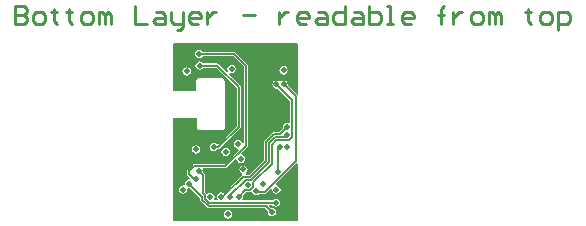
<source format=gbl>
G04*
G04 #@! TF.GenerationSoftware,Altium Limited,CircuitStudio,1.5.1 (13)*
G04*
G04 Layer_Physical_Order=4*
G04 Layer_Color=3394611*
%FSLAX25Y25*%
%MOIN*%
G70*
G01*
G75*
%ADD25C,0.00591*%
%ADD28C,0.01000*%
%ADD29C,0.01969*%
G36*
X41536Y58701D02*
X41509Y42064D01*
X41392Y41981D01*
X41008Y41875D01*
X37951Y44932D01*
X38019Y45276D01*
X37912Y45813D01*
X37608Y46269D01*
X37152Y46574D01*
X36614Y46681D01*
X36077Y46574D01*
X35621Y46269D01*
X35245D01*
X34790Y46574D01*
X34252Y46681D01*
X33714Y46574D01*
X33259Y46269D01*
X32954Y45813D01*
X32847Y45276D01*
X32954Y44738D01*
X33259Y44282D01*
X33714Y43978D01*
X34252Y43871D01*
X34592Y43938D01*
X38766Y39764D01*
Y32632D01*
X38538Y32510D01*
X38266Y32414D01*
X37795Y32507D01*
X37258Y32400D01*
X36802Y32096D01*
X36497Y31640D01*
X36390Y31102D01*
X36459Y30759D01*
X35043Y29344D01*
X33338D01*
X33069Y29291D01*
X32841Y29138D01*
X30212Y26509D01*
X30060Y26281D01*
X30006Y26012D01*
Y20004D01*
X25173Y15171D01*
X24208D01*
X24126Y15270D01*
X24222Y15936D01*
X24526Y16391D01*
X24633Y16929D01*
X24526Y17467D01*
X24222Y17923D01*
X23766Y18227D01*
X23228Y18334D01*
X22691Y18227D01*
X22235Y17923D01*
X21930Y17467D01*
X21823Y16929D01*
X21930Y16391D01*
X22235Y15936D01*
X22691Y15631D01*
X22783Y15613D01*
X22840Y15235D01*
X22823Y15095D01*
X22629Y14965D01*
X16615Y8952D01*
X16286Y9172D01*
X15748Y9279D01*
X15210Y9172D01*
X14755Y8867D01*
X14450Y8412D01*
X14343Y7874D01*
X14450Y7336D01*
X14603Y7108D01*
X14335Y6608D01*
X13617D01*
X13350Y7108D01*
X13503Y7336D01*
X13610Y7874D01*
X13503Y8412D01*
X13198Y8867D01*
X12742Y9172D01*
X12205Y9279D01*
X11667Y9172D01*
X11211Y8867D01*
X10776Y9116D01*
X10460Y9431D01*
Y15045D01*
X10407Y15314D01*
X10254Y15542D01*
X9637Y16160D01*
X9673Y16339D01*
X9579Y16809D01*
X9676Y17082D01*
X9797Y17309D01*
X17224D01*
X17493Y17363D01*
X17721Y17515D01*
X20551Y20345D01*
X21094Y20181D01*
X21143Y19935D01*
X21448Y19479D01*
X21903Y19174D01*
X22441Y19068D01*
X22979Y19174D01*
X23434Y19479D01*
X23739Y19935D01*
X23846Y20472D01*
X23739Y21010D01*
X23434Y21466D01*
X22979Y21770D01*
X22733Y21819D01*
X22568Y22362D01*
X24512Y24306D01*
X24665Y24534D01*
X24718Y24803D01*
Y51575D01*
X24665Y51844D01*
X24512Y52071D01*
X20575Y56008D01*
X20348Y56161D01*
X20079Y56214D01*
X9652D01*
X9458Y56505D01*
X9002Y56810D01*
X8465Y56917D01*
X7927Y56810D01*
X7471Y56505D01*
X7167Y56050D01*
X7060Y55512D01*
X7167Y54974D01*
X7471Y54518D01*
X7927Y54214D01*
X8465Y54107D01*
X9002Y54214D01*
X9458Y54518D01*
X9652Y54809D01*
X19788D01*
X23313Y51284D01*
Y25872D01*
X22813Y25823D01*
X22808Y25851D01*
X22503Y26307D01*
X22047Y26612D01*
X21510Y26719D01*
X20972Y26612D01*
X20516Y26307D01*
X20212Y25851D01*
X20105Y25314D01*
X20212Y24776D01*
X20516Y24320D01*
X20972Y24016D01*
X21436Y23923D01*
X21572Y23686D01*
X21645Y23426D01*
X16933Y18714D01*
X6800D01*
X6789Y18716D01*
X6521Y18663D01*
X6293Y18511D01*
X4621Y16839D01*
X4469Y16612D01*
X4416Y16343D01*
Y15354D01*
X4469Y15086D01*
X4621Y14858D01*
X5420Y14060D01*
X5173Y13599D01*
X5118Y13610D01*
X4580Y13503D01*
X4125Y13198D01*
X3820Y12742D01*
X3713Y12205D01*
X3748Y12032D01*
X3322Y11607D01*
X3150Y11641D01*
X2612Y11534D01*
X2156Y11230D01*
X1852Y10774D01*
X1745Y10236D01*
X1852Y9699D01*
X2156Y9243D01*
X2612Y8938D01*
X3150Y8831D01*
X3687Y8938D01*
X4143Y9243D01*
X4448Y9699D01*
X4555Y10236D01*
X4520Y10409D01*
X4945Y10834D01*
X5118Y10800D01*
X5461Y10868D01*
X8845Y7485D01*
Y6773D01*
X8898Y6504D01*
X9050Y6277D01*
X11099Y4228D01*
X11327Y4075D01*
X11596Y4022D01*
X30418D01*
X31341Y3099D01*
X31272Y2756D01*
X31379Y2218D01*
X31684Y1763D01*
X32140Y1458D01*
X32677Y1351D01*
X33215Y1458D01*
X33671Y1763D01*
X33975Y2218D01*
X34082Y2756D01*
X33975Y3294D01*
X33671Y3749D01*
X33215Y4054D01*
X32677Y4161D01*
X32334Y4093D01*
X31685Y4741D01*
X31877Y5203D01*
X32867D01*
X33062Y4912D01*
X33517Y4608D01*
X34055Y4501D01*
X34593Y4608D01*
X35048Y4912D01*
X35353Y5368D01*
X35460Y5906D01*
X35353Y6443D01*
X35048Y6899D01*
X34593Y7203D01*
X34055Y7310D01*
X33517Y7203D01*
X33062Y6899D01*
X32867Y6608D01*
X29854D01*
X29854Y6608D01*
X23066D01*
X22799Y7108D01*
X22952Y7336D01*
X23058Y7874D01*
X22990Y8217D01*
X24208Y9435D01*
X25496D01*
X25765Y9489D01*
X26216Y9319D01*
X26293Y9259D01*
X26570Y8845D01*
X27025Y8540D01*
X27563Y8433D01*
X28101Y8540D01*
X28409Y8746D01*
X30319D01*
X30588Y8800D01*
X30816Y8952D01*
X32396Y10532D01*
X32857Y10286D01*
X32847Y10236D01*
X32954Y9699D01*
X33259Y9243D01*
X33714Y8938D01*
X34252Y8831D01*
X34790Y8938D01*
X35245Y9243D01*
X35550Y9699D01*
X35657Y10236D01*
X35550Y10774D01*
X35245Y11230D01*
X34790Y11534D01*
X34252Y11641D01*
X34202Y11631D01*
X33956Y12092D01*
X36816Y14952D01*
X36824Y14964D01*
X40970Y19111D01*
X41470Y18918D01*
X41438Y-57D01*
X41345Y-103D01*
X-100D01*
X-166Y33944D01*
X334Y34154D01*
X689Y34007D01*
X7825D01*
Y30906D01*
X8013Y30454D01*
X8111Y30355D01*
X8563Y30168D01*
X16339D01*
X16791Y30355D01*
X16978Y30807D01*
Y46457D01*
X16791Y46909D01*
X16651Y46966D01*
X16594Y47106D01*
X16142Y47293D01*
X8071D01*
X7619Y47106D01*
X7432Y46654D01*
Y43159D01*
X689D01*
X316Y43005D01*
X-184Y43204D01*
X-214Y58701D01*
X139Y59055D01*
X41183Y59055D01*
X41536Y58701D01*
D02*
G37*
%LPC*%
G36*
X7480Y25027D02*
X6943Y24920D01*
X6487Y24615D01*
X6182Y24160D01*
X6075Y23622D01*
X6182Y23084D01*
X6487Y22629D01*
X6943Y22324D01*
X7480Y22217D01*
X8018Y22324D01*
X8474Y22629D01*
X8778Y23084D01*
X8885Y23622D01*
X8778Y24160D01*
X8474Y24615D01*
X8018Y24920D01*
X7480Y25027D01*
D02*
G37*
G36*
X17323Y24239D02*
X16785Y24133D01*
X16329Y23828D01*
X16025Y23372D01*
X15918Y22835D01*
X16025Y22297D01*
X16329Y21841D01*
X16785Y21537D01*
X17323Y21430D01*
X17861Y21537D01*
X18316Y21841D01*
X18621Y22297D01*
X18728Y22835D01*
X18621Y23372D01*
X18316Y23828D01*
X17861Y24133D01*
X17323Y24239D01*
D02*
G37*
G36*
X18110Y3373D02*
X17573Y3266D01*
X17117Y2962D01*
X16812Y2506D01*
X16705Y1969D01*
X16812Y1431D01*
X17117Y975D01*
X17573Y671D01*
X18110Y564D01*
X18648Y671D01*
X19104Y975D01*
X19408Y1431D01*
X19515Y1969D01*
X19408Y2506D01*
X19104Y2962D01*
X18648Y3266D01*
X18110Y3373D01*
D02*
G37*
G36*
X36614Y51405D02*
X36077Y51298D01*
X35621Y50994D01*
X35316Y50538D01*
X35209Y50000D01*
X35316Y49462D01*
X35621Y49007D01*
X36077Y48702D01*
X36614Y48595D01*
X37152Y48702D01*
X37608Y49007D01*
X37912Y49462D01*
X38019Y50000D01*
X37912Y50538D01*
X37608Y50994D01*
X37152Y51298D01*
X36614Y51405D01*
D02*
G37*
G36*
X4331Y51011D02*
X3793Y50904D01*
X3337Y50600D01*
X3033Y50144D01*
X2926Y49606D01*
X3033Y49069D01*
X3337Y48613D01*
X3793Y48308D01*
X4331Y48201D01*
X4868Y48308D01*
X5324Y48613D01*
X5629Y49069D01*
X5736Y49606D01*
X5629Y50144D01*
X5324Y50600D01*
X4868Y50904D01*
X4331Y51011D01*
D02*
G37*
G36*
X8661Y52980D02*
X8124Y52873D01*
X7668Y52568D01*
X7363Y52113D01*
X7256Y51575D01*
X7363Y51037D01*
X7668Y50581D01*
X8124Y50277D01*
X8661Y50170D01*
X9199Y50277D01*
X9655Y50581D01*
X9849Y50872D01*
X14276D01*
X20951Y44197D01*
Y31463D01*
X14945Y25457D01*
X14379Y25403D01*
X13923Y25707D01*
X13386Y25814D01*
X12848Y25707D01*
X12392Y25403D01*
X12088Y24947D01*
X11981Y24409D01*
X12088Y23872D01*
X12392Y23416D01*
X12848Y23111D01*
X13386Y23004D01*
X13923Y23111D01*
X14379Y23416D01*
X14574Y23707D01*
X14891D01*
X15160Y23760D01*
X15387Y23913D01*
X22150Y30675D01*
X22302Y30903D01*
X22356Y31172D01*
Y44488D01*
X22302Y44757D01*
X22150Y44985D01*
X18414Y48721D01*
X18733Y49110D01*
X18754Y49096D01*
X19291Y48989D01*
X19829Y49096D01*
X20285Y49400D01*
X20589Y49856D01*
X20696Y50394D01*
X20589Y50931D01*
X20285Y51387D01*
X19829Y51692D01*
X19291Y51799D01*
X18754Y51692D01*
X18298Y51387D01*
X17993Y50931D01*
X17886Y50394D01*
X17993Y49856D01*
X18007Y49835D01*
X17619Y49516D01*
X15064Y52071D01*
X14836Y52224D01*
X14567Y52277D01*
X9849D01*
X9655Y52568D01*
X9199Y52873D01*
X8661Y52980D01*
D02*
G37*
%LPD*%
D25*
X6789Y18014D02*
X6791Y18012D01*
X5118Y16343D02*
X6789Y18014D01*
X5118Y15354D02*
Y16343D01*
X8465Y16339D02*
X9758Y15045D01*
X17224Y18012D02*
X24016Y24803D01*
X11596Y4724D02*
X30709D01*
X11807Y5906D02*
X29854D01*
X9547Y6773D02*
X11596Y4724D01*
X9547Y6773D02*
Y7776D01*
X10531Y7181D02*
X11807Y5906D01*
X10531Y7181D02*
Y8366D01*
X5118Y12205D02*
X9547Y7776D01*
X9758Y9140D02*
X10531Y8366D01*
X9758Y9140D02*
Y15045D01*
X15748Y7874D02*
X16412D01*
X16806Y8268D01*
X34646Y23765D02*
X35349Y24469D01*
X34646Y16142D02*
Y23765D01*
X35349Y24469D02*
X35408Y24409D01*
X30709Y4724D02*
X32677Y2756D01*
X16925Y8268D02*
X23126Y14469D01*
X25464D01*
X30709Y19713D01*
Y26012D01*
X33338Y28642D01*
X35335D01*
X37795Y31102D01*
X18898Y8272D02*
X24110Y13484D01*
X25872D01*
X31693Y19305D01*
Y25605D01*
X33746Y27657D01*
X37106D01*
X37795Y28346D01*
X34252Y45272D02*
Y45276D01*
Y45272D02*
X39469Y40055D01*
Y27653D02*
Y40055D01*
X38488Y26673D02*
X39469Y27653D01*
X34154Y26673D02*
X38488D01*
X32677Y25197D02*
X34154Y26673D01*
X32677Y18898D02*
Y25197D01*
X26476Y12697D02*
X32677Y18898D01*
X26476Y11118D02*
Y12697D01*
X25496Y10138D02*
X26476Y11118D01*
X23917Y10138D02*
X25496D01*
X21654Y7874D02*
X23917Y10138D01*
X27563Y9838D02*
X27953Y9449D01*
X36614Y45276D02*
X40609Y41280D01*
Y19743D02*
Y41280D01*
X36319Y15453D02*
X40609Y19743D01*
X36319Y15449D02*
Y15453D01*
X30319Y9449D02*
X36319Y15449D01*
X27953Y9449D02*
X30319D01*
X5118Y15354D02*
X6693Y13780D01*
X13780Y24409D02*
X14891D01*
X21654Y31172D01*
Y44488D01*
X14567Y51575D02*
X21654Y44488D01*
X8661Y51575D02*
X14567D01*
X24016Y24803D02*
Y51575D01*
X20079Y55512D02*
X24016Y51575D01*
X8465Y55512D02*
X20079D01*
X29854Y5906D02*
X34055D01*
X6693Y13780D02*
X7480D01*
X8268Y16339D02*
X8465D01*
X6791Y18012D02*
X17224D01*
D28*
X-52756Y71352D02*
Y65354D01*
X-49757D01*
X-48757Y66354D01*
Y67354D01*
X-49757Y68353D01*
X-52756D01*
X-49757D01*
X-48757Y69353D01*
Y70353D01*
X-49757Y71352D01*
X-52756D01*
X-45758Y65354D02*
X-43759D01*
X-42759Y66354D01*
Y68353D01*
X-43759Y69353D01*
X-45758D01*
X-46758Y68353D01*
Y66354D01*
X-45758Y65354D01*
X-39760Y70353D02*
Y69353D01*
X-40760D01*
X-38760D01*
X-39760D01*
Y66354D01*
X-38760Y65354D01*
X-34762Y70353D02*
Y69353D01*
X-35761D01*
X-33762D01*
X-34762D01*
Y66354D01*
X-33762Y65354D01*
X-29763D02*
X-27764D01*
X-26764Y66354D01*
Y68353D01*
X-27764Y69353D01*
X-29763D01*
X-30763Y68353D01*
Y66354D01*
X-29763Y65354D01*
X-24765D02*
Y69353D01*
X-23765D01*
X-22766Y68353D01*
Y65354D01*
Y68353D01*
X-21766Y69353D01*
X-20766Y68353D01*
Y65354D01*
X-12769Y71352D02*
Y65354D01*
X-8770D01*
X-5771Y69353D02*
X-3772D01*
X-2772Y68353D01*
Y65354D01*
X-5771D01*
X-6771Y66354D01*
X-5771Y67354D01*
X-2772D01*
X-773Y69353D02*
Y66354D01*
X227Y65354D01*
X3226D01*
Y64355D01*
X2226Y63355D01*
X1227D01*
X3226Y65354D02*
Y69353D01*
X8224Y65354D02*
X6225D01*
X5225Y66354D01*
Y68353D01*
X6225Y69353D01*
X8224D01*
X9224Y68353D01*
Y67354D01*
X5225D01*
X11223Y69353D02*
Y65354D01*
Y67354D01*
X12223Y68353D01*
X13223Y69353D01*
X14222D01*
X23220Y68353D02*
X27218D01*
X35216Y69353D02*
Y65354D01*
Y67354D01*
X36215Y68353D01*
X37215Y69353D01*
X38215D01*
X44213Y65354D02*
X42213D01*
X41214Y66354D01*
Y68353D01*
X42213Y69353D01*
X44213D01*
X45212Y68353D01*
Y67354D01*
X41214D01*
X48211Y69353D02*
X50211D01*
X51210Y68353D01*
Y65354D01*
X48211D01*
X47212Y66354D01*
X48211Y67354D01*
X51210D01*
X57209Y71352D02*
Y65354D01*
X54210D01*
X53210Y66354D01*
Y68353D01*
X54210Y69353D01*
X57209D01*
X60208D02*
X62207D01*
X63207Y68353D01*
Y65354D01*
X60208D01*
X59208Y66354D01*
X60208Y67354D01*
X63207D01*
X65206Y71352D02*
Y65354D01*
X68205D01*
X69205Y66354D01*
Y67354D01*
Y68353D01*
X68205Y69353D01*
X65206D01*
X71204Y65354D02*
X73203D01*
X72204D01*
Y71352D01*
X71204D01*
X79201Y65354D02*
X77202D01*
X76202Y66354D01*
Y68353D01*
X77202Y69353D01*
X79201D01*
X80201Y68353D01*
Y67354D01*
X76202D01*
X89198Y65354D02*
Y70353D01*
Y68353D01*
X88199D01*
X90198D01*
X89198D01*
Y70353D01*
X90198Y71352D01*
X93197Y69353D02*
Y65354D01*
Y67354D01*
X94197Y68353D01*
X95196Y69353D01*
X96196D01*
X100195Y65354D02*
X102194D01*
X103194Y66354D01*
Y68353D01*
X102194Y69353D01*
X100195D01*
X99195Y68353D01*
Y66354D01*
X100195Y65354D01*
X105193D02*
Y69353D01*
X106193D01*
X107192Y68353D01*
Y65354D01*
Y68353D01*
X108192Y69353D01*
X109192Y68353D01*
Y65354D01*
X118189Y70353D02*
Y69353D01*
X117189D01*
X119188D01*
X118189D01*
Y66354D01*
X119188Y65354D01*
X123187D02*
X125187D01*
X126186Y66354D01*
Y68353D01*
X125187Y69353D01*
X123187D01*
X122187Y68353D01*
Y66354D01*
X123187Y65354D01*
X128185Y63355D02*
Y69353D01*
X131185D01*
X132184Y68353D01*
Y66354D01*
X131185Y65354D01*
X128185D01*
D29*
X12205Y7874D02*
D03*
X15748D02*
D03*
X29921Y12205D02*
D03*
X35349Y24469D02*
D03*
X27563Y9838D02*
D03*
X24803Y11811D02*
D03*
X37795Y24409D02*
D03*
X36614Y50000D02*
D03*
X8661Y51575D02*
D03*
X13386Y24409D02*
D03*
X17323Y22835D02*
D03*
X18110Y30709D02*
D03*
Y34646D02*
D03*
Y38189D02*
D03*
Y42126D02*
D03*
Y45276D02*
D03*
X14961Y48425D02*
D03*
X11811D02*
D03*
X9055D02*
D03*
X6299Y47244D02*
D03*
X37795Y31102D02*
D03*
Y28346D02*
D03*
X34252Y45276D02*
D03*
X36614D02*
D03*
X8465Y55512D02*
D03*
X18110Y1969D02*
D03*
X3150Y10236D02*
D03*
X5118Y12205D02*
D03*
X18898Y7874D02*
D03*
X21654D02*
D03*
X23228Y16929D02*
D03*
X4331Y49606D02*
D03*
X28740Y50394D02*
D03*
X21654Y2756D02*
D03*
X26378Y43701D02*
D03*
X34055Y5906D02*
D03*
X32677Y2756D02*
D03*
X34252Y10236D02*
D03*
X34646Y16142D02*
D03*
X19291Y50394D02*
D03*
X21510Y25314D02*
D03*
X22441Y20472D02*
D03*
X19685Y23622D02*
D03*
X7480Y13780D02*
D03*
X8268Y16339D02*
D03*
X7480Y23622D02*
D03*
X8268Y19685D02*
D03*
X1575Y27559D02*
D03*
M02*

</source>
